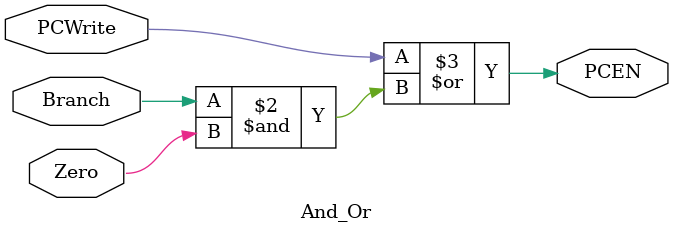
<source format=v>
`timescale 1ns / 1ps


module And_Or(PCWrite,Branch,Zero,PCEN);

input PCWrite,Branch,Zero;
output reg PCEN;

always@(*)
begin
  PCEN = PCWrite | (Branch & Zero);
end
endmodule

</source>
